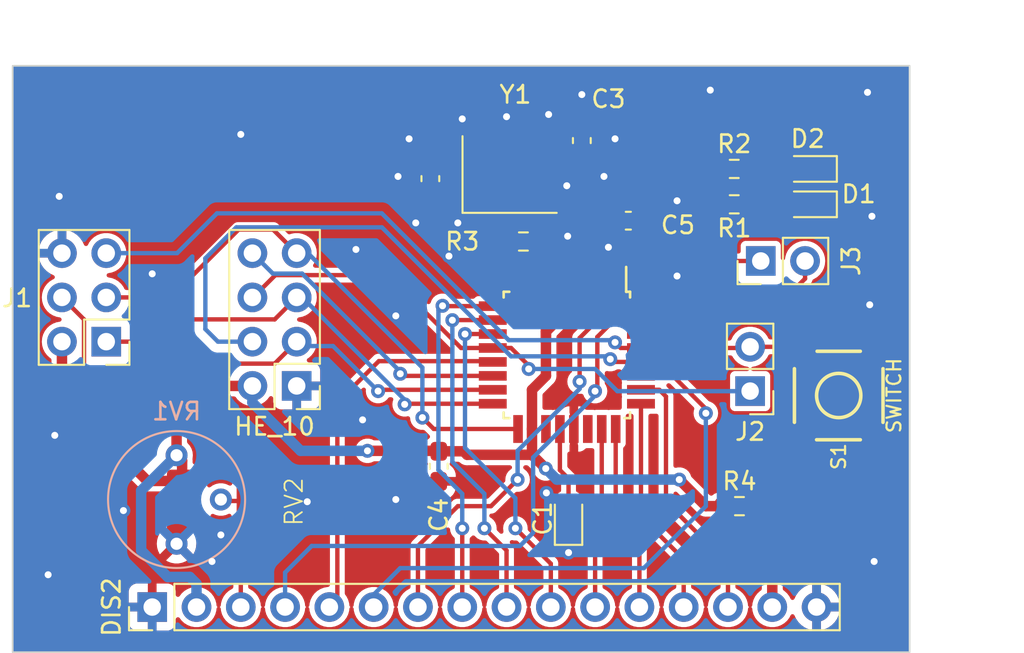
<source format=kicad_pcb>
(kicad_pcb (version 20221018) (generator pcbnew)
  (layers (0 "F.Cu" signal) (31 "B.Cu" signal) (34 "B.Paste" user) (35 "F.Paste" user) (36 "B.SilkS" user "B.Silkscreen") (37 "F.SilkS" user "F.Silkscreen") (38 "B.Mask" user) (39 "F.Mask" user) (44 "Edge.Cuts" user))
  (net 0 "")
  (net 1 "GND")
  (net 2 "Net-(U2-AREF)")
  (net 3 "XTAL2")
  (net 4 "XTAL1")
  (net 5 "+5V")
  (net 6 "Net-(D2-A)")
  (net 7 "Net-(DIS2-Pad3)")
  (net 8 "RS")
  (net 9 "R{slash}W")
  (net 10 "ENABLE")
  (net 11 "BIT0")
  (net 12 "BIT1")
  (net 13 "BIT2")
  (net 14 "BIT3")
  (net 15 "BIT4")
  (net 16 "BIT5")
  (net 17 "BIT6")
  (net 18 "BIT7")
  (net 19 "MOSI")
  (net 20 "Interruption")
  (net 21 "MISO")
  (net 22 "RST")
  (net 23 "SCK")
  (net 24 "CS")
  (net 25 "TX")
  (net 26 "Net-(D1-A)")
  (net 27 "Led_Test")
  (net 28 "RX")
  (net 31 "RSTISP")
  (footprint "Capacitor_SMD:C_0603_1608Metric_Pad1.08x0.95mm_HandSolder" (layer "F.Cu") (at 136.8298 76.4529 -90)
    (fp_text reference "C4" (at 2.7929 0 90) (layer "F.SilkS"))
    (fp_text value "100nF")
    (fp_line (start -0.146267 -0.51) (end 0.146267 -0.51) (stroke (width 0.12)) (layer "F.SilkS"))
    (fp_line (start -0.146267 0.51) (end 0.146267 0.51) (stroke (width 0.12)) (layer "F.SilkS"))
    (pad "1" smd roundrect (at -0.8625 0 270) (size 1.075 0.95) (layers "F.Cu" "F.Paste" "F.Mask") (net 5 "+5V"))
    (pad "2" smd roundrect (at 0.8625 0 270) (size 1.075 0.95) (layers "F.Cu" "F.Paste" "F.Mask") (net 1 "GND"))
  )
  (footprint "Resistor_SMD:R_0603_1608Metric_Pad0.98x0.95mm_HandSolder" (layer "F.Cu") (at 141.6831 63.5508 180)
    (fp_text reference "R3" (at 3.5071 0) (layer "F.SilkS"))
    (fp_text value "R")
    (fp_line (start -0.254724 -0.5225) (end 0.254724 -0.5225) (stroke (width 0.12)) (layer "F.SilkS"))
    (fp_line (start -0.254724 0.5225) (end 0.254724 0.5225) (stroke (width 0.12)) (layer "F.SilkS"))
    (pad "1" smd roundrect (at -0.9125 0 180) (size 0.975 0.95) (layers "F.Cu" "F.Paste" "F.Mask") (net 4 "XTAL1"))
    (pad "2" smd roundrect (at 0.9125 0 180) (size 0.975 0.95) (layers "F.Cu" "F.Paste" "F.Mask") (net 3 "XTAL2"))
  )
  (footprint "Connector_PinHeader_2.54mm:PinHeader_2x03_P2.54mm_Vertical" (layer "F.Cu") (at 117.76 69.3 180)
    (fp_text reference "J1" (at 5.111 2.498) (layer "F.SilkS"))
    (fp_text value "AVR-ISP-6")
    (fp_line (start -1.33 -1.33) (end 0 -1.33) (stroke (width 0.12)) (layer "F.SilkS"))
    (fp_line (start -1.33 0) (end -1.33 -1.33) (stroke (width 0.12)) (layer "F.SilkS"))
    (fp_line (start -1.33 1.27) (end -1.33 6.41) (stroke (width 0.12)) (layer "F.SilkS"))
    (fp_line (start -1.33 1.27) (end 1.27 1.27) (stroke (width 0.12)) (layer "F.SilkS"))
    (fp_line (start -1.33 6.41) (end 3.87 6.41) (stroke (width 0.12)) (layer "F.SilkS"))
    (fp_line (start 1.27 -1.33) (end 3.87 -1.33) (stroke (width 0.12)) (layer "F.SilkS"))
    (fp_line (start 1.27 1.27) (end 1.27 -1.33) (stroke (width 0.12)) (layer "F.SilkS"))
    (fp_line (start 3.87 -1.33) (end 3.87 6.41) (stroke (width 0.12)) (layer "F.SilkS"))
    (pad "1" thru_hole rect (at 0 0 180) (size 1.7 1.7) (drill 1) (layers "*.Cu" "*.Mask") (net 21 "MISO"))
    (pad "2" thru_hole oval (at 2.54 0 180) (size 1.7 1.7) (drill 1) (layers "*.Cu" "*.Mask") (net 5 "+5V"))
    (pad "3" thru_hole oval (at 0 2.54 180) (size 1.7 1.7) (drill 1) (layers "*.Cu" "*.Mask") (net 23 "SCK"))
    (pad "4" thru_hole oval (at 2.54 2.54 180) (size 1.7 1.7) (drill 1) (layers "*.Cu" "*.Mask") (net 19 "MOSI"))
    (pad "5" thru_hole oval (at 0 5.08 180) (size 1.7 1.7) (drill 1) (layers "*.Cu" "*.Mask") (net 31 "RSTISP"))
    (pad "6" thru_hole oval (at 2.54 5.08 180) (size 1.7 1.7) (drill 1) (layers "*.Cu" "*.Mask") (net 1 "GND"))
  )
  (footprint "Connector_PinHeader_2.54mm:PinHeader_1x16_P2.54mm_Vertical" (layer "F.Cu") (at 120.396 84.5312 90)
    (fp_text reference "DIS2" (at 0 -2.33 90) (layer "F.SilkS"))
    (fp_text value "HD44780")
    (fp_line (start -1.33 -1.33) (end 0 -1.33) (stroke (width 0.12)) (layer "F.SilkS"))
    (fp_line (start -1.33 0) (end -1.33 -1.33) (stroke (width 0.12)) (layer "F.SilkS"))
    (fp_line (start -1.33 1.27) (end -1.33 39.43) (stroke (width 0.12)) (layer "F.SilkS"))
    (fp_line (start -1.33 1.27) (end 1.33 1.27) (stroke (width 0.12)) (layer "F.SilkS"))
    (fp_line (start -1.33 39.43) (end 1.33 39.43) (stroke (width 0.12)) (layer "F.SilkS"))
    (fp_line (start 1.33 1.27) (end 1.33 39.43) (stroke (width 0.12)) (layer "F.SilkS"))
    (pad "1" thru_hole rect (at 0 0 90) (size 1.7 1.7) (drill 1) (layers "*.Cu" "*.Mask") (net 1 "GND"))
    (pad "2" thru_hole oval (at 0 2.54 90) (size 1.7 1.7) (drill 1) (layers "*.Cu" "*.Mask") (net 5 "+5V"))
    (pad "3" thru_hole oval (at 0 5.08 90) (size 1.7 1.7) (drill 1) (layers "*.Cu" "*.Mask") (net 7 "Net-(DIS2-Pad3)"))
    (pad "4" thru_hole oval (at 0 7.62 90) (size 1.7 1.7) (drill 1) (layers "*.Cu" "*.Mask") (net 8 "RS"))
    (pad "5" thru_hole oval (at 0 10.16 90) (size 1.7 1.7) (drill 1) (layers "*.Cu" "*.Mask") (net 9 "R{slash}W"))
    (pad "6" thru_hole oval (at 0 12.7 90) (size 1.7 1.7) (drill 1) (layers "*.Cu" "*.Mask") (net 10 "ENABLE"))
    (pad "7" thru_hole oval (at 0 15.24 90) (size 1.7 1.7) (drill 1) (layers "*.Cu" "*.Mask") (net 11 "BIT0"))
    (pad "8" thru_hole oval (at 0 17.78 90) (size 1.7 1.7) (drill 1) (layers "*.Cu" "*.Mask") (net 12 "BIT1"))
    (pad "9" thru_hole oval (at 0 20.32 90) (size 1.7 1.7) (drill 1) (layers "*.Cu" "*.Mask") (net 13 "BIT2"))
    (pad "10" thru_hole oval (at 0 22.86 90) (size 1.7 1.7) (drill 1) (layers "*.Cu" "*.Mask") (net 14 "BIT3"))
    (pad "11" thru_hole oval (at 0 25.4 90) (size 1.7 1.7) (drill 1) (layers "*.Cu" "*.Mask") (net 15 "BIT4"))
    (pad "12" thru_hole oval (at 0 27.94 90) (size 1.7 1.7) (drill 1) (layers "*.Cu" "*.Mask") (net 16 "BIT5"))
    (pad "13" thru_hole oval (at 0 30.48 90) (size 1.7 1.7) (drill 1) (layers "*.Cu" "*.Mask") (net 17 "BIT6"))
    (pad "14" thru_hole oval (at 0 33.02 90) (size 1.7 1.7) (drill 1) (layers "*.Cu" "*.Mask") (net 18 "BIT7"))
    (pad "15" thru_hole oval (at 0 35.56 90) (size 1.7 1.7) (drill 1) (layers "*.Cu" "*.Mask") (net 5 "+5V"))
    (pad "16" thru_hole oval (at 0 38.1 90) (size 1.7 1.7) (drill 1) (layers "*.Cu" "*.Mask") (net 1 "GND"))
  )
  (footprint "LibraryLCD:Potentiometre" (layer "F.Cu") (at 123.948 78.444 90)
    (fp_text reference "RV2" (at -0.042 4.576 90 unlocked) (layer "F.SilkS") (effects (font (thickness 0.1))))
    (fp_text value "R_Potentiometer")
    (pad "1" smd roundrect (at -1.15 -1.71 90) (size 1.3 2) (layers "F.Cu" "F.Paste" "F.Mask") (roundrect_rratio 0.1923076923) (net 1 "GND"))
    (pad "2" smd roundrect (at 0 2.29 90) (size 2 2) (layers "F.Cu" "F.Paste" "F.Mask") (roundrect_rratio 0.125) (net 7 "Net-(DIS2-Pad3)"))
    (pad "3" smd roundrect (at 1.15 -1.71 90) (size 1.3 2) (layers "F.Cu" "F.Paste" "F.Mask") (roundrect_rratio 0.1923076923) (net 5 "+5V"))
  )
  (footprint "Switches:TACTILE_SWITCH_SMD_5.2MM" (layer "F.Cu") (at 159.766 72.39 90)
    (fp_text reference "S1" (at -3.5052 0 90) (layer "F.SilkS") (effects (font (size 0.8 0.8) (thickness 0.127))))
    (fp_text value "SWITCH" (at 0 3.175 90) (layer "F.SilkS") (effects (font (size 0.8 0.8) (thickness 0.127))))
    (fp_line (start -2.54 1.23952) (end -2.54 -1.27) (stroke (width 0.2032)) (layer "F.SilkS"))
    (fp_line (start -1.53924 -2.54) (end 1.53924 -2.54) (stroke (width 0.2032)) (layer "F.SilkS"))
    (fp_line (start 1.53924 2.54) (end -1.53924 2.54) (stroke (width 0.2032)) (layer "F.SilkS"))
    (fp_line (start 2.54 -1.23952) (end 2.54 1.23952) (stroke (width 0.2032)) (layer "F.SilkS"))
    (fp_circle (center 0 0) (end 0 -1.27) (stroke (width 0.2032)) (fill none) (layer "F.SilkS"))
    (pad "1" smd rect (at -2.794 -1.905 180) (size 0.762 1.524) (layers "F.Cu" "F.Paste" "F.Mask") (net 31 "RSTISP"))
    (pad "2" smd rect (at 2.794 -1.905 180) (size 0.762 1.524) (layers "F.Cu" "F.Paste" "F.Mask") (net 31 "RSTISP"))
    (pad "3" smd rect (at -2.794 1.905 180) (size 0.762 1.524) (layers "F.Cu" "F.Paste" "F.Mask") (net 1 "GND"))
    (pad "4" smd rect (at 2.794 1.905 180) (size 0.762 1.524) (layers "F.Cu" "F.Paste" "F.Mask") (net 1 "GND"))
  )
  (footprint "Capacitor_SMD:C_0603_1608Metric_Pad1.08x0.95mm_HandSolder" (layer "F.Cu") (at 147.701 62.357 180)
    (fp_text reference "C5" (at -2.8437 -0.254) (layer "F.SilkS"))
    (fp_text value "100nF")
    (fp_line (start -0.146267 -0.51) (end 0.146267 -0.51) (stroke (width 0.12)) (layer "F.SilkS"))
    (fp_line (start -0.146267 0.51) (end 0.146267 0.51) (stroke (width 0.12)) (layer "F.SilkS"))
    (pad "1" smd roundrect (at -0.8625 0 180) (size 1.075 0.95) (layers "F.Cu" "F.Paste" "F.Mask") (net 1 "GND"))
    (pad "2" smd roundrect (at 0.8625 0 180) (size 1.075 0.95) (layers "F.Cu" "F.Paste" "F.Mask") (net 5 "+5V"))
  )
  (footprint "Resistor_SMD:R_0603_1608Metric_Pad0.98x0.95mm_HandSolder" (layer "F.Cu") (at 154.0745 78.74)
    (fp_text reference "R4" (at 0 -1.43) (layer "F.SilkS"))
    (fp_text value "10k" hide)
    (fp_line (start -0.254724 -0.5225) (end 0.254724 -0.5225) (stroke (width 0.12)) (layer "F.SilkS"))
    (fp_line (start -0.254724 0.5225) (end 0.254724 0.5225) (stroke (width 0.12)) (layer "F.SilkS"))
    (pad "1" smd roundrect (at -0.9125 0) (size 0.975 0.95) (layers "F.Cu" "F.Paste" "F.Mask") (net 5 "+5V"))
    (pad "2" smd roundrect (at 0.9125 0) (size 0.975 0.95) (layers "F.Cu" "F.Paste" "F.Mask") (net 31 "RSTISP"))
  )
  (footprint "Connector_PinHeader_2.54mm:PinHeader_2x04_P2.54mm_Vertical" (layer "F.Cu") (at 128.682 71.84 180)
    (fp_text reference "HE_10" (at 1.27 -2.33) (layer "F.SilkS"))
    (fp_text value "Conn_02x04_Counter_Clockwise" hide)
    (fp_line (start -1.33 -1.33) (end 0 -1.33) (stroke (width 0.12)) (layer "F.SilkS"))
    (fp_line (start -1.33 0) (end -1.33 -1.33) (stroke (width 0.12)) (layer "F.SilkS"))
    (fp_line (start -1.33 1.27) (end -1.33 8.95) (stroke (width 0.12)) (layer "F.SilkS"))
    (fp_line (start -1.33 1.27) (end 1.27 1.27) (stroke (width 0.12)) (layer "F.SilkS"))
    (fp_line (start -1.33 8.95) (end 3.87 8.95) (stroke (width 0.12)) (layer "F.SilkS"))
    (fp_line (start 1.27 -1.33) (end 3.87 -1.33) (stroke (width 0.12)) (layer "F.SilkS"))
    (fp_line (start 1.27 1.27) (end 1.27 -1.33) (stroke (width 0.12)) (layer "F.SilkS"))
    (fp_line (start 3.87 -1.33) (end 3.87 8.95) (stroke (width 0.12)) (layer "F.SilkS"))
    (pad "1" thru_hole rect (at 0 0 180) (size 1.7 1.7) (drill 1) (layers "*.Cu" "*.Mask") (net 1 "GND"))
    (pad "2" thru_hole oval (at 2.54 0 180) (size 1.7 1.7) (drill 1) (layers "*.Cu" "*.Mask") (net 5 "+5V"))
    (pad "3" thru_hole oval (at 0 2.54 180) (size 1.7 1.7) (drill 1) (layers "*.Cu" "*.Mask") (net 19 "MOSI"))
    (pad "4" thru_hole oval (at 2.54 2.54 180) (size 1.7 1.7) (drill 1) (layers "*.Cu" "*.Mask") (net 20 "Interruption"))
    (pad "5" thru_hole oval (at 0 5.08 180) (size 1.7 1.7) (drill 1) (layers "*.Cu" "*.Mask") (net 21 "MISO"))
    (pad "6" thru_hole oval (at 2.54 5.08 180) (size 1.7 1.7) (drill 1) (layers "*.Cu" "*.Mask") (net 22 "RST"))
    (pad "7" thru_hole oval (at 0 7.62 180) (size 1.7 1.7) (drill 1) (layers "*.Cu" "*.Mask") (net 23 "SCK"))
    (pad "8" thru_hole oval (at 2.54 7.62 180) (size 1.7 1.7) (drill 1) (layers "*.Cu" "*.Mask") (net 24 "CS"))
  )
  (footprint "Capacitor_SMD:C_0603_1608Metric_Pad1.08x0.95mm_HandSolder" (layer "F.Cu") (at 136.3472 59.9429 90)
    (fp_text reference "C2" hide)
    (fp_text value "22pF")
    (fp_line (start -0.146267 -0.51) (end 0.146267 -0.51) (stroke (width 0.12)) (layer "F.SilkS"))
    (fp_line (start -0.146267 0.51) (end 0.146267 0.51) (stroke (width 0.12)) (layer "F.SilkS"))
    (pad "1" smd roundrect (at -0.8625 0 90) (size 1.075 0.95) (layers "F.Cu" "F.Paste" "F.Mask") (net 3 "XTAL2"))
    (pad "2" smd roundrect (at 0.8625 0 90) (size 1.075 0.95) (layers "F.Cu" "F.Paste" "F.Mask") (net 1 "GND"))
  )
  (footprint "Capacitor_Tantalum_SMD:CP_EIA-1608-08_AVX-J" (layer "F.Cu") (at 144.272 79.4525 90)
    (fp_text reference "C1" (at 0 -1.48 90) (layer "F.SilkS"))
    (fp_text value "100nF")
    (fp_line (start -1.51 -0.785) (end -1.51 0.785) (stroke (width 0.12)) (layer "F.SilkS"))
    (fp_line (start -1.51 0.785) (end 0.8 0.785) (stroke (width 0.12)) (layer "F.SilkS"))
    (fp_line (start 0.8 -0.785) (end -1.51 -0.785) (stroke (width 0.12)) (layer "F.SilkS"))
    (pad "1" smd roundrect (at -0.7125 0 90) (size 1.075 1.05) (layers "F.Cu" "F.Paste" "F.Mask") (roundrect_rratio 0.2380952381) (net 1 "GND"))
    (pad "2" smd roundrect (at 0.7125 0 90) (size 1.075 1.05) (layers "F.Cu" "F.Paste" "F.Mask") (roundrect_rratio 0.2380952381) (net 2 "Net-(U2-AREF)"))
  )
  (footprint "LED_SMD:LED_0603_1608Metric_Pad1.05x0.95mm_HandSolder" (layer "F.Cu") (at 157.9994 59.3852 180)
    (fp_text reference "D2" (at 0.0114 1.7272) (layer "F.SilkS"))
    (fp_text value "LED")
    (fp_line (start -1.66 -0.735) (end -1.66 0.735) (stroke (width 0.12)) (layer "F.SilkS"))
    (fp_line (start -1.66 0.735) (end 0.8 0.735) (stroke (width 0.12)) (layer "F.SilkS"))
    (fp_line (start 0.8 -0.735) (end -1.66 -0.735) (stroke (width 0.12)) (layer "F.SilkS"))
    (pad "1" smd roundrect (at -0.875 0 180) (size 1.05 0.95) (layers "F.Cu" "F.Paste" "F.Mask") (net 1 "GND"))
    (pad "2" smd roundrect (at 0.875 0 180) (size 1.05 0.95) (layers "F.Cu" "F.Paste" "F.Mask") (net 6 "Net-(D2-A)"))
  )
  (footprint "Package_QFP:TQFP-32_7x7mm_P0.8mm" (layer "F.Cu") (at 144.176 70.062 -90)
    (fp_text reference "U2" hide)
    (fp_text value "ATmega328P-A")
    (fp_line (start -3.625 -3.625) (end -3.625 -3.4) (stroke (width 0.15)) (layer "F.SilkS"))
    (fp_line (start -3.625 -3.625) (end -3.3 -3.625) (stroke (width 0.15)) (layer "F.SilkS"))
    (fp_line (start -3.625 -3.4) (end -5.05 -3.4) (stroke (width 0.15)) (layer "F.SilkS"))
    (fp_line (start -3.625 3.625) (end -3.625 3.3) (stroke (width 0.15)) (layer "F.SilkS"))
    (fp_line (start -3.625 3.625) (end -3.3 3.625) (stroke (width 0.15)) (layer "F.SilkS"))
    (fp_line (start 3.625 -3.625) (end 3.3 -3.625) (stroke (width 0.15)) (layer "F.SilkS"))
    (fp_line (start 3.625 -3.625) (end 3.625 -3.3) (stroke (width 0.15)) (layer "F.SilkS"))
    (fp_line (start 3.625 3.625) (end 3.3 3.625) (stroke (width 0.15)) (layer "F.SilkS"))
    (fp_line (start 3.625 3.625) (end 3.625 3.3) (stroke (width 0.15)) (layer "F.SilkS"))
    (pad "1" smd rect (at -4.25 -2.8 270) (size 1.6 0.55) (layers "F.Cu" "F.Paste" "F.Mask") (net 27 "Led_Test"))
    (pad "2" smd rect (at -4.25 -2 270) (size 1.6 0.55) (layers "F.Cu" "F.Paste" "F.Mask") (net 11 "BIT0"))
    (pad "3" smd rect (at -4.25 -1.2 270) (size 1.6 0.55) (layers "F.Cu" "F.Paste" "F.Mask") (net 1 "GND"))
    (pad "4" smd rect (at -4.25 -0.4 270) (size 1.6 0.55) (layers "F.Cu" "F.Paste" "F.Mask") (net 5 "+5V"))
    (pad "5" smd rect (at -4.25 0.4 270) (size 1.6 0.55) (layers "F.Cu" "F.Paste" "F.Mask") (net 1 "GND"))
    (pad "6" smd rect (at -4.25 1.2 270) (size 1.6 0.55) (layers "F.Cu" "F.Paste" "F.Mask") (net 5 "+5V"))
    (pad "7" smd rect (at -4.25 2 270) (size 1.6 0.55) (layers "F.Cu" "F.Paste" "F.Mask") (net 4 "XTAL1"))
    (pad "8" smd rect (at -4.25 2.8 270) (size 1.6 0.55) (layers "F.Cu" "F.Paste" "F.Mask") (net 3 "XTAL2"))
    (pad "9" smd rect (at -2.8 4.25) (size 1.6 0.55) (layers "F.Cu" "F.Paste" "F.Mask") (net 12 "BIT1"))
    (pad "10" smd rect (at -2 4.25) (size 1.6 0.55) (layers "F.Cu" "F.Paste" "F.Mask") (net 13 "BIT2"))
    (pad "11" smd rect (at -1.2 4.25) (size 1.6 0.55) (layers "F.Cu" "F.Paste" "F.Mask") (net 14 "BIT3"))
    (pad "12" smd rect (at -0.4 4.25) (size 1.6 0.55) (layers "F.Cu" "F.Paste" "F.Mask") (net 22 "RST"))
    (pad "13" smd rect (at 0.4 4.25) (size 1.6 0.55) (layers "F.Cu" "F.Paste" "F.Mask") (net 9 "R{slash}W"))
    (pad "14" smd rect (at 1.2 4.25) (size 1.6 0.55) (layers "F.Cu" "F.Paste" "F.Mask") (net 24 "CS"))
    (pad "15" smd rect (at 2 4.25) (size 1.6 0.55) (layers "F.Cu" "F.Paste" "F.Mask") (net 19 "MOSI"))
    (pad "16" smd rect (at 2.8 4.25) (size 1.6 0.55) (layers "F.Cu" "F.Paste" "F.Mask") (net 21 "MISO"))
    (pad "17" smd rect (at 4.25 2.8 270) (size 1.6 0.55) (layers "F.Cu" "F.Paste" "F.Mask") (net 23 "SCK"))
    (pad "18" smd rect (at 4.25 2 270) (size 1.6 0.55) (layers "F.Cu" "F.Paste" "F.Mask") (net 5 "+5V"))
    (pad "19" smd rect (at 4.25 1.2 270) (size 1.6 0.55) (layers "F.Cu" "F.Paste" "F.Mask"))
    (pad "20" smd rect (at 4.25 0.4 270) (size 1.6 0.55) (layers "F.Cu" "F.Paste" "F.Mask") (net 2 "Net-(U2-AREF)"))
    (pad "21" smd rect (at 4.25 -0.4 270) (size 1.6 0.55) (layers "F.Cu" "F.Paste" "F.Mask") (net 1 "GND"))
    (pad "22" smd rect (at 4.25 -1.2 270) (size 1.6 0.55) (layers "F.Cu" "F.Paste" "F.Mask"))
    (pad "23" smd rect (at 4.25 -2 270) (size 1.6 0.55) (layers "F.Cu" "F.Paste" "F.Mask") (net 15 "BIT4"))
    (pad "24" smd rect (at 4.25 -2.8 270) (size 1.6 0.55) (layers "F.Cu" "F.Paste" "F.Mask") (net 16 "BIT5"))
    (pad "25" smd rect (at 2.8 -4.25) (size 1.6 0.55) (layers "F.Cu" "F.Paste" "F.Mask") (net 17 "BIT6"))
    (pad "26" smd rect (at 2 -4.25) (size 1.6 0.55) (layers "F.Cu" "F.Paste" "F.Mask") (net 18 "BIT7"))
    (pad "27" smd rect (at 1.2 -4.25) (size 1.6 0.55) (layers "F.Cu" "F.Paste" "F.Mask") (net 10 "ENABLE"))
    (pad "28" smd rect (at 0.4 -4.25) (size 1.6 0.55) (layers "F.Cu" "F.Paste" "F.Mask") (net 20 "Interruption"))
    (pad "29" smd rect (at -0.4 -4.25) (size 1.6 0.55) (layers "F.Cu" "F.Paste" "F.Mask") (net 31 "RSTISP"))
    (pad "30" smd rect (at -1.2 -4.25) (size 1.6 0.55) (layers "F.Cu" "F.Paste" "F.Mask") (net 28 "RX"))
    (pad "31" smd rect (at -2 -4.25) (size 1.6 0.55) (layers "F.Cu" "F.Paste" "F.Mask") (net 25 "TX"))
    (pad "32" smd rect (at -2.8 -4.25) (size 1.6 0.55) (layers "F.Cu" "F.Paste" "F.Mask") (net 8 "RS"))
  )
  (footprint "Resistor_SMD:R_0603_1608Metric_Pad0.98x0.95mm_HandSolder" (layer "F.Cu") (at 153.7735 61.4172)
    (fp_text reference "R1" (at 0.0019 1.3716) (layer "F.SilkS"))
    (fp_text value "510")
    (fp_line (start -0.254724 -0.5225) (end 0.254724 -0.5225) (stroke (width 0.12)) (layer "F.SilkS"))
    (fp_line (start -0.254724 0.5225) (end 0.254724 0.5225) (stroke (width 0.12)) (layer "F.SilkS"))
    (pad "1" smd roundrect (at -0.9125 0) (size 0.975 0.95) (layers "F.Cu" "F.Paste" "F.Mask") (net 27 "Led_Test"))
    (pad "2" smd roundrect (at 0.9125 0) (size 0.975 0.95) (layers "F.Cu" "F.Paste" "F.Mask") (net 26 "Net-(D1-A)"))
  )
  (footprint "Connector_PinHeader_2.54mm:PinHeader_1x02_P2.54mm_Vertical" (layer "F.Cu") (at 155.2956 64.6684 90)
    (fp_text reference "J3" (at 0 5.1816 90) (layer "F.SilkS"))
    (fp_text value "Conn_01x02_Pin_RxTx")
    (fp_line (start -1.33 -1.33) (end 0 -1.33) (stroke (width 0.12)) (layer "F.SilkS"))
    (fp_line (start -1.33 0) (end -1.33 -1.33) (stroke (width 0.12)) (layer "F.SilkS"))
    (fp_line (start -1.33 1.27) (end -1.33 3.87) (stroke (width 0.12)) (layer "F.SilkS"))
    (fp_line (start -1.33 1.27) (end 1.33 1.27) (stroke (width 0.12)) (layer "F.SilkS"))
    (fp_line (start -1.33 3.87) (end 1.33 3.87) (stroke (width 0.12)) (layer "F.SilkS"))
    (fp_line (start 1.33 1.27) (end 1.33 3.87) (stroke (width 0.12)) (layer "F.SilkS"))
    (pad "1" thru_hole rect (at 0 0 90) (size 1.7 1.7) (drill 1) (layers "*.Cu" "*.Mask") (net 25 "TX"))
    (pad "2" thru_hole oval (at 0 2.54 90) (size 1.7 1.7) (drill 1) (layers "*.Cu" "*.Mask") (net 28 "RX"))
  )
  (footprint "Crystal:Crystal_SMD_SeikoEpson_FA238-4Pin_3.2x2.5mm_HandSoldering" (layer "F.Cu") (at 140.8916 59.7076)
    (fp_text reference "Y1" (at 0.3324 -4.5896) (layer "F.SilkS"))
    (fp_text value "8Mhz")
    (fp_line (start -2.7 -2.2) (end -2.7 2.2) (stroke (width 0.12)) (layer "F.SilkS"))
    (fp_line (start -2.7 2.2) (end 2.7 2.2) (stroke (width 0.12)) (layer "F.SilkS"))
    (pad "1" smd rect (at -1.45 1.1) (size 2.1 1.8) (layers "F.Cu" "F.Paste" "F.Mask") (net 3 "XTAL2"))
    (pad "2" smd rect (at 1.45 1.1) (size 2.1 1.8) (layers "F.Cu" "F.Paste" "F.Mask") (net 1 "GND"))
    (pad "3" smd rect (at 1.45 -1.1) (size 2.1 1.8) (layers "F.Cu" "F.Paste" "F.Mask") (net 4 "XTAL1"))
    (pad "4" smd rect (at -1.45 -1.1) (size 2.1 1.8) (layers "F.Cu" "F.Paste" "F.Mask") (net 1 "GND"))
  )
  (footprint "Resistor_SMD:R_0603_1608Metric_Pad0.98x0.95mm_HandSolder" (layer "F.Cu") (at 153.7735 59.3852)
    (fp_text reference "R2" (at 0 -1.43) (layer "F.SilkS"))
    (fp_text value "510")
    (fp_line (start -0.254724 -0.5225) (end 0.254724 -0.5225) (stroke (width 0.12)) (layer "F.SilkS"))
    (fp_line (start -0.254724 0.5225) (end 0.254724 0.5225) (stroke (width 0.12)) (layer "F.SilkS"))
    (pad "1" smd roundrect (at -0.9125 0) (size 0.975 0.95) (layers "F.Cu" "F.Paste" "F.Mask") (net 5 "+5V"))
    (pad "2" smd roundrect (at 0.9125 0) (size 0.975 0.95) (layers "F.Cu" "F.Paste" "F.Mask") (net 6 "Net-(D2-A)"))
  )
  (footprint "LED_SMD:LED_0603_1608Metric_Pad1.05x0.95mm_HandSolder" (layer "F.Cu") (at 157.9994 61.4172 180)
    (fp_text reference "D1" (at -2.9096 0.5842) (layer "F.SilkS"))
    (fp_text value "LED")
    (fp_line (start -1.66 -0.735) (end -1.66 0.735) (stroke (width 0.12)) (layer "F.SilkS"))
    (fp_line (start -1.66 0.735) (end 0.8 0.735) (stroke (width 0.12)) (layer "F.SilkS"))
    (fp_line (start 0.8 -0.735) (end -1.66 -0.735) (stroke (width 0.12)) (layer "F.SilkS"))
    (pad "1" smd roundrect (at -0.875 0 180) (size 1.05 0.95) (layers "F.Cu" "F.Paste" "F.Mask") (net 1 "GND"))
    (pad "2" smd roundrect (at 0.875 0 180) (size 1.05 0.95) (layers "F.Cu" "F.Paste" "F.Mask") (net 26 "Net-(D1-A)"))
  )
  (footprint "Connector_PinHeader_2.54mm:PinHeader_1x02_P2.54mm_Vertical" (layer "F.Cu") (at 154.686 72.136 180)
    (fp_text reference "J2" (at 0 -2.33) (layer "F.SilkS"))
    (fp_text value "Conn_01x02_Pin_RST")
    (fp_line (start -1.33 -1.33) (end 0 -1.33) (stroke (width 0.12)) (layer "F.SilkS"))
    (fp_line (start -1.33 0) (end -1.33 -1.33) (stroke (width 0.12)) (layer "F.SilkS"))
    (fp_line (start -1.33 1.27) (end -1.33 3.87) (stroke (width 0.12)) (layer "F.SilkS"))
    (fp_line (start -1.33 1.27) (end 1.33 1.27) (stroke (width 0.12)) (layer "F.SilkS"))
    (fp_line (start -1.33 3.87) (end 1.33 3.87) (stroke (width 0.12)) (layer "F.SilkS"))
    (fp_line (start 1.33 1.27) (end 1.33 3.87) (stroke (width 0.12)) (layer "F.SilkS"))
    (pad "1" thru_hole rect (at 0 0 180) (size 1.7 1.7) (drill 1) (layers "*.Cu" "*.Mask") (net 22 "RST"))
    (pad "2" thru_hole oval (at 0 2.54 180) (size 1.7 1.7) (drill 1) (layers "*.Cu" "*.Mask") (net 31 "RSTISP"))
  )
  (footprint "Capacitor_SMD:C_0603_1608Metric_Pad1.08x0.95mm_HandSolder" (layer "F.Cu") (at 145.034 57.7585 90)
    (fp_text reference "C3" (at 2.3865 1.524 180) (layer "F.SilkS"))
    (fp_text value "22pF")
    (fp_line (start -0.146267 -0.51) (end 0.146267 -0.51) (stroke (width 0.12)) (layer "F.SilkS"))
    (fp_line (start -0.146267 0.51) (end 0.146267 0.51) (stroke (width 0.12)) (layer "F.SilkS"))
    (pad "1" smd roundrect (at -0.8625 0 90) (size 1.075 0.95) (layers "F.Cu" "F.Paste" "F.Mask") (net 4 "XTAL1"))
    (pad "2" smd roundrect (at 0.8625 0 90) (size 1.075 0.95) (layers "F.Cu" "F.Paste" "F.Mask") (net 1 "GND"))
  )
  (footprint "Potentiometer_THT:Potentiometer_Bourns_3339P_Vertical" (layer "B.Cu") (at 121.793 80.899 180)
    (fp_text reference "RV1" (at 0 7.6) (layer "B.SilkS") (effects (justify mirror)))
    (fp_text value "R_Potentiometer")
    (fp_circle (center 0 2.54) (end 3.93 2.54) (stroke (width 0.12)) (fill none) (layer "B.SilkS"))
    (pad "1" thru_hole circle (at 0 0 180) (size 1.26 1.26) (drill 0.7) (layers "*.Cu" "*.Mask") (net 1 "GND"))
    (pad "2" thru_hole circle (at -2.54 2.54 180) (size 1.26 1.26) (drill 0.7) (layers "*.Cu" "*.Mask") (net 7 "Net-(DIS2-Pad3)"))
    (pad "3" thru_hole circle (at 0 5.08 180) (size 1.26 1.26) (drill 0.7) (layers "*.Cu" "*.Mask") (net 5 "+5V"))
  )
  (gr_rect (start 112.395 53.467) (end 163.83 87.122) (stroke (width 0.1)) (fill none) (layer "Edge.Cuts"))
  (segment (start 143.7132 60.8076) (end 144.1704 60.3504) (width 0.25) (layer "F.Cu") (net 1))
  (segment (start 142.3416 60.8076) (end 143.7132 60.8076) (width 0.25) (layer "F.Cu") (net 1))
  (segment (start 145.376 67.73) (end 143.830314 69.275686) (width 0.25) (layer "F.Cu") (net 1))
  (segment (start 145.415 76.454) (end 144.576 75.615) (width 0.25) (layer "F.Cu") (net 1))
  (segment (start 144.2212 63.246) (end 143.776 63.6912) (width 0.25) (layer "F.Cu") (net 1))
  (segment (start 143.830314 69.275686) (end 143.830314 72.075314) (width 0.25) (layer "F.Cu") (net 1))
  (segment (start 145.376 65.812) (end 145.376 67.73) (width 0.25) (layer "F.Cu") (net 1))
  (segment (start 143.830314 72.075314) (end 144.576 72.821) (width 0.25) (layer "F.Cu") (net 1))
  (segment (start 145.415 79.629) (end 145.415 76.454) (width 0.25) (layer "F.Cu") (net 1))
  (segment (start 145.376 64.682) (end 145.376 65.812) (width 0.25) (layer "F.Cu") (net 1))
  (segment (start 121.793 80.899) (end 121.793 79.911) (width 0.6) (layer "F.Cu") (net 1))
  (segment (start 144.272 80.165) (end 144.879 80.165) (width 0.25) (layer "F.Cu") (net 1))
  (segment (start 144.576 72.821) (end 144.576 74.312) (width 0.25) (layer "F.Cu") (net 1))
  (segment (start 121.793 79.911) (end 122.11 79.594) (width 0.6) (layer "F.Cu") (net 1))
  (segment (start 144.5768 74.3128) (end 144.576 74.312) (width 0.25) (layer "F.Cu") (net 1))
  (segment (start 146.177 63.881) (end 145.376 64.682) (width 0.25) (layer "F.Cu") (net 1))
  (segment (start 144.879 80.165) (end 145.415 79.629) (width 0.25) (layer "F.Cu") (net 1))
  (segment (start 144.576 75.615) (end 144.576 74.312) (width 0.25) (layer "F.Cu") (net 1))
  (segment (start 143.776 63.6912) (end 143.776 65.812) (width 0.25) (layer "F.Cu") (net 1))
  (segment (start 146.558 63.881) (end 146.177 63.881) (width 0.25) (layer "F.Cu") (net 1))
  (via (at 140.716 56.388) (size 0.8) (drill 0.4) (layers "F.Cu" "B.Cu") (net 1))
  (via (at 118.745 78.994) (size 0.8) (drill 0.4) (layers "F.Cu" "B.Cu") (net 1))
  (via (at 143.129 56.261) (size 0.8) (drill 0.4) (layers "F.Cu" "B.Cu") (net 1))
  (via (at 135.128 57.658) (size 0.8) (drill 0.4) (layers "F.Cu" "B.Cu") (net 1))
  (via (at 150.495 61.214) (size 0.8) (drill 0.4) (layers "F.Cu" "B.Cu") (net 1))
  (via (at 146.939 57.658) (size 0.8) (drill 0.4) (layers "F.Cu" "B.Cu") (net 1))
  (via (at 134.493 59.817) (size 0.8) (drill 0.4) (layers "F.Cu" "B.Cu") (net 1))
  (via (at 132.08 64.008) (size 0.8) (drill 0.4) (layers "F.Cu" "B.Cu") (net 1))
  (via (at 129.286 78.486) (size 0.8) (drill 0.4) (layers "F.Cu" "B.Cu") (net 1))
  (via (at 137.414 64.389) (size 0.8) (drill 0.4) (layers "F.Cu" "B.Cu") (net 1))
  (via (at 161.671 62.103) (size 0.8) (drill 0.4) (layers "F.Cu" "B.Cu") (net 1))
  (via (at 137.922 62.484) (size 0.8) (drill 0.4) (layers "F.Cu" "B.Cu") (net 1))
  (via (at 123.825 81.915) (size 0.8) (drill 0.4) (layers "F.Cu" "B.Cu") (net 1))
  (via (at 124.333 80.391) (size 0.8) (drill 0.4) (layers "F.Cu" "B.Cu") (net 1))
  (via (at 135.509 62.484) (size 0.8) (drill 0.4) (layers "F.Cu" "B.Cu") (net 1))
  (via (at 115.062 60.96) (size 0.8) (drill 0.4) (layers "F.Cu" "B.Cu") (net 1))
  (via (at 146.304 59.817) (size 0.8) (drill 0.4) (layers "F.Cu" "B.Cu") (net 1))
  (via (at 150.495 65.532) (size 0.8) (drill 0.4) (layers "F.Cu" "B.Cu") (net 1))
  (via (at 134.366 67.818) (size 0.8) (drill 0.4) (layers "F.Cu" "B.Cu") (net 1))
  (via (at 146.558 63.881) (size 0.8) (drill 0.4) (layers "F.Cu" "B.Cu") (net 1))
  (via (at 143.002 77.978) (size 0.8) (drill 0.4) (layers "F.Cu" "B.Cu") (net 1))
  (via (at 144.272 81.407) (size 0.8) (drill 0.4) (layers "F.Cu" "B.Cu") (net 1))
  (via (at 161.798 81.915) (size 0.8) (drill 0.4) (layers "F.Cu" "B.Cu") (net 1))
  (via (at 134.366 78.359) (size 0.8) (drill 0.4) (layers "F.Cu" "B.Cu") (net 1))
  (via (at 144.1704 60.3504) (size 0.8) (drill 0.4) (layers "F.Cu" "B.Cu") (net 1))
  (via (at 144.2212 63.246) (size 0.8) (drill 0.4) (layers "F.Cu" "B.Cu") (net 1))
  (via (at 138.176 56.515) (size 0.8) (drill 0.4) (layers "F.Cu" "B.Cu") (net 1))
  (via (at 125.476 57.404) (size 0.8) (drill 0.4) (layers "F.Cu" "B.Cu") (net 1))
  (via (at 161.544 67.183) (size 0.8) (drill 0.4) (layers "F.Cu" "B.Cu") (net 1))
  (via (at 132.461 73.787) (size 0.8) (drill 0.4) (layers "F.Cu" "B.Cu") (net 1))
  (via (at 161.417 54.991) (size 0.8) (drill 0.4) (layers "F.Cu" "B.Cu") (net 1))
  (via (at 145.034 55.118) (size 0.8) (drill 0.4) (layers "F.Cu" "B.Cu") (net 1))
  (via (at 114.427 82.677) (size 0.8) (drill 0.4) (layers "F.Cu" "B.Cu") (net 1))
  (via (at 152.4 54.864) (size 0.8) (drill 0.4) (layers "F.Cu" "B.Cu") (net 1))
  (via (at 120.396 65.405) (size 0.8) (drill 0.4) (layers "F.Cu" "B.Cu") (net 1))
  (via (at 114.808 74.676) (size 0.8) (drill 0.4) (layers "F.Cu" "B.Cu") (net 1))
  (segment (start 144.272 78.74) (end 144.272 77.1652) (width 0.25) (layer "F.Cu") (net 2))
  (segment (start 144.272 77.1652) (end 143.776 76.6692) (width 0.25) (layer "F.Cu") (net 2))
  (segment (start 143.776 76.6692) (end 143.776 74.312) (width 0.25) (layer "F.Cu") (net 2))
  (segment (start 136.3472 62.3062) (end 136.3472 60.8054) (width 0.25) (layer "F.Cu") (net 3))
  (segment (start 137.5918 63.5508) (end 136.3472 62.3062) (width 0.25) (layer "F.Cu") (net 3))
  (segment (start 140.7706 63.5508) (end 137.5918 63.5508) (width 0.25) (layer "F.Cu") (net 3))
  (segment (start 141.376 65.812) (end 141.376 65.0744) (width 0.25) (layer "F.Cu") (net 3))
  (segment (start 136.3494 60.8076) (end 139.4416 60.8076) (width 0.25) (layer "F.Cu") (net 3))
  (segment (start 141.376 65.0744) (end 140.7706 64.469) (width 0.25) (layer "F.Cu") (net 3))
  (segment (start 140.7706 64.469) (end 140.7706 63.5508) (width 0.25) (layer "F.Cu") (net 3))
  (segment (start 136.3472 60.8054) (end 136.3494 60.8076) (width 0.25) (layer "F.Cu") (net 3))
  (segment (start 145.0206 58.6076) (end 145.034 58.621) (width 0.25) (layer "F.Cu") (net 4))
  (segment (start 142.3416 58.6076) (end 145.0206 58.6076) (width 0.25) (layer "F.Cu") (net 4))
  (segment (start 142.5956 63.5508) (end 142.176 63.9704) (width 0.25) (layer "F.Cu") (net 4))
  (segment (start 142.176 63.9704) (end 142.176 65.812) (width 0.25) (layer "F.Cu") (net 4))
  (segment (start 142.5956 63.5508) (end 145.034 61.1124) (width 0.25) (layer "F.Cu") (net 4))
  (segment (start 145.034 61.1124) (end 145.034 58.621) (width 0.25) (layer "F.Cu") (net 4))
  (segment (start 142.5956 63.5508) (end 142.5956 63.3962) (width 0.25) (layer "F.Cu") (net 4))
  (segment (start 146.8385 61.378) (end 148.8313 59.3852) (width 0.6) (layer "F.Cu") (net 5))
  (segment (start 142.9645 76.581) (end 142.176 75.7925) (width 0.6) (layer "F.Cu") (net 5))
  (segment (start 122.11 76.136) (end 121.793 75.819) (width 0.6) (layer "F.Cu") (net 5))
  (segment (start 146.8385 62.357) (end 146.8385 61.378) (width 0.6) (layer "F.Cu") (net 5))
  (segment (start 144.576 65.812) (end 144.576 64.212) (width 0.6) (layer "F.Cu") (net 5))
  (segment (start 121.793 74.041) (end 121.793 75.819) (width 0.6) (layer "F.Cu") (net 5))
  (segment (start 153.162 78.74) (end 153.162 79.7052) (width 0.6) (layer "F.Cu") (net 5))
  (segment (start 138.4543 75.7925) (end 142.176 75.7925) (width 0.6) (layer "F.Cu") (net 5))
  (segment (start 115.22 72.3956) (end 120.1184 77.294) (width 0.6) (layer "F.Cu") (net 5))
  (segment (start 142.976 69.3) (end 142.976 65.812) (width 0.6) (layer "F.Cu") (net 5))
  (segment (start 142.176 75.7925) (end 142.176 74.312) (width 0.6) (layer "F.Cu") (net 5))
  (segment (start 138.2522 75.5904) (end 138.4543 75.7925) (width 0.6) (layer "F.Cu") (net 5))
  (segment (start 144.576 65.812) (end 144.576 67.122) (width 0.6) (layer "F.Cu") (net 5))
  (segment (start 136.779 75.565) (end 136.8055 75.5915) (width 0.6) (layer "F.Cu") (net 5))
  (segment (start 136.8298 75.5904) (end 138.2522 75.5904) (width 0.6) (layer "F.Cu") (net 5))
  (segment (start 142.976 68.722) (end 142.976 69.3) (width 0.6) (layer "F.Cu") (net 5))
  (segment (start 136.8044 75.565) (end 136.8298 75.5904) (width 0.6) (layer "F.Cu") (net 5))
  (segment (start 142.976 71.262) (end 142.976 69.3) (width 0.6) (layer "F.Cu") (net 5))
  (segment (start 146.431 62.357) (end 146.8385 62.357) (width 0.6) (layer "F.Cu") (net 5))
  (segment (start 148.8313 59.3852) (end 152.861 59.3852) (width 0.6) (layer "F.Cu") (net 5))
  (segment (start 122.11 77.294) (end 122.0765 77.3275) (width 0.6) (layer "F.Cu") (net 5))
  (segment (start 132.7404 75.565) (end 136.8044 75.565) (width 0.6) (layer "F.Cu") (net 5))
  (segment (start 142.176 74.312) (end 142.176 72.062) (width 0.6) (layer "F.Cu") (net 5))
  (segment (start 120.1184 77.294) (end 122.11 77.294) (width 0.6) (layer "F.Cu") (net 5))
  (segment (start 136.652 75.692) (end 136.779 75.565) (width 0.6) (layer "F.Cu") (net 5))
  (segment (start 153.162 79.7052) (end 155.956 82.4992) (width 0.6) (layer "F.Cu") (net 5))
  (segment (start 115.22 72.3956) (end 115.22 69.3) (width 0.6) (layer "F.Cu") (net 5))
  (segment (start 152.146 78.74) (end 153.162 78.74) (width 0.6) (layer "F.Cu") (net 5))
  (segment (start 126.142 71.84) (end 123.994 71.84) (width 0.6) (layer "F.Cu") (net 5))
  (segment (start 142.176 72.062) (end 142.976 71.262) (width 0.6) (layer "F.Cu") (net 5))
  (segment (start 144.576 67.122) (end 142.976 68.722) (width 0.6) (layer "F.Cu") (net 5))
  (segment (start 122.11 77.294) (end 122.11 76.136) (width 0.6) (layer "F.Cu") (net 5))
  (segment (start 150.622 77.216) (end 152.146 78.74) (width 0.6) (layer "F.Cu") (net 5))
  (segment (start 155.956 82.4992) (end 155.956 84.5312) (width 0.6) (layer "F.Cu") (net 5))
  (segment (start 144.576 64.212) (end 146.431 62.357) (width 0.6) (layer "F.Cu") (net 5))
  (segment (start 123.994 71.84) (end 121.793 74.041) (width 0.6) (layer "F.Cu") (net 5))
  (via (at 150.622 77.216) (size 0.8) (drill 0.4) (layers "F.Cu" "B.Cu") (net 5))
  (via (at 132.7404 75.565) (size 0.8) (drill 0.4) (layers "F.Cu" "B.Cu") (net 5))
  (via (at 142.9645 76.581) (size 0.8) (drill 0.4) (layers "F.Cu" "B.Cu") (net 5))
  (segment (start 121.285 82.804) (end 119.761 81.28) (width 0.6) (layer "B.Cu") (net 5))
  (segment (start 143.5995 77.216) (end 150.622 77.216) (width 0.6) (layer "B.Cu") (net 5))
  (segment (start 126.142 72.802) (end 126.142 71.84) (width 0.6) (layer "B.Cu") (net 5))
  (segment (start 122.936 84.5312) (end 122.936 83.185) (width 0.6) (layer "B.Cu") (net 5))
  (segment (start 119.761 81.28) (end 119.761 77.851) (width 0.6) (layer "B.Cu") (net 5))
  (segment (start 132.7404 75.565) (end 128.905 75.565) (width 0.6) (layer "B.Cu") (net 5))
  (segment (start 122.555 82.804) (end 121.285 82.804) (width 0.6) (layer "B.Cu") (net 5))
  (segment (start 119.761 77.851) (end 121.793 75.819) (width 0.6) (layer "B.Cu") (net 5))
  (segment (start 142.9645 76.581) (end 143.5995 77.216) (width 0.6) (layer "B.Cu") (net 5))
  (segment (start 122.936 83.185) (end 122.555 82.804) (width 0.6) (layer "B.Cu") (net 5))
  (segment (start 128.905 75.565) (end 126.142 72.802) (width 0.6) (layer "B.Cu") (net 5))
  (segment (start 157.1244 59.3852) (end 154.686 59.3852) (width 0.25) (layer "F.Cu") (net 6))
  (segment (start 126.025 78.359) (end 126.11 78.444) (width 0.6) (layer "F.Cu") (net 7))
  (segment (start 126.11 78.444) (end 126.11 80.5952) (width 0.25) (layer "F.Cu") (net 7))
  (segment (start 124.418 78.444) (end 124.333 78.359) (width 0.25) (layer "F.Cu") (net 7))
  (segment (start 126.11 78.444) (end 125.476 79.078) (width 0.25) (layer "F.Cu") (net 7))
  (segment (start 126.11 80.5952) (end 125.476 81.2292) (width 0.25) (layer "F.Cu") (net 7))
  (segment (start 125.476 81.2292) (end 125.476 84.5312) (width 0.25) (layer "F.Cu") (net 7))
  (segment (start 126.11 78.444) (end 124.418 78.444) (width 0.25) (layer "F.Cu") (net 7))
  (segment (start 147.6885 67.262) (end 148.426 67.262) (width 0.25) (layer "F.Cu") (net 8))
  (segment (start 145.923 72.009) (end 145.923 69.0275) (width 0.25) (layer "F.Cu") (net 8))
  (segment (start 145.923 69.0275) (end 147.6885 67.262) (width 0.25) (layer "F.Cu") (net 8))
  (segment (start 145.791701 72.140299) (end 145.923 72.009) (width 0.25) (layer "F.Cu") (net 8))
  (via (at 145.791701 72.140299) (size 0.8) (drill 0.4) (layers "F.Cu" "B.Cu") (net 8))
  (segment (start 142.24 80.268653) (end 141.482653 81.026) (width 0.25) (layer "B.Cu") (net 8))
  (segment (start 141.482653 81.026) (end 129.54 81.026) (width 0.25) (layer "B.Cu") (net 8))
  (segment (start 145.791701 72.394299) (end 142.24 75.946) (width 0.25) (layer "B.Cu") (net 8))
  (segment (start 142.24 75.946) (end 142.24 80.268653) (width 0.25) (layer "B.Cu") (net 8))
  (segment (start 128.016 82.55) (end 128.016 84.5312) (width 0.25) (layer "B.Cu") (net 8))
  (segment (start 145.791701 72.140299) (end 145.791701 72.394299) (width 0.25) (layer "B.Cu") (net 8))
  (segment (start 129.54 81.026) (end 128.016 82.55) (width 0.25) (layer "B.Cu") (net 8))
  (segment (start 131.0132 84.074) (end 130.556 84.5312) (width 0.25) (layer "F.Cu") (net 9))
  (segment (start 133.390942 70.418658) (end 131.0132 72.7964) (width 0.25) (layer "F.Cu") (net 9))
  (segment (start 139.926 70.462) (end 139.882658 70.418658) (width 0.25) (layer "F.Cu") (net 9))
  (segment (start 139.882658 70.418658) (end 133.390942 70.418658) (width 0.25) (layer "F.Cu") (net 9))
  (segment (start 131.0132 72.7964) (end 131.0132 84.074) (width 0.25) (layer "F.Cu") (net 9))
  (segment (start 152.146 73.152) (end 150.256 71.262) (width 0.25) (layer "F.Cu") (net 10))
  (segment (start 150.256 71.262) (end 148.426 71.262) (width 0.25) (layer "F.Cu") (net 10))
  (segment (start 152.146 73.406) (end 152.146 73.152) (width 0.25) (layer "F.Cu") (net 10))
  (via (at 152.146 73.406) (size 0.8) (drill 0.4) (layers "F.Cu" "B.Cu") (net 10))
  (segment (start 133.096 83.82) (end 133.096 84.5312) (width 0.25) (layer "B.Cu") (net 10))
  (segment (start 134.62 82.296) (end 133.096 83.82) (width 0.25) (layer "B.Cu") (net 10))
  (segment (start 152.146 78.74) (end 148.59 82.296) (width 0.25) (layer "B.Cu") (net 10))
  (segment (start 148.59 82.296) (end 134.62 82.296) (width 0.25) (layer "B.Cu") (net 10))
  (segment (start 152.146 73.406) (end 152.146 78.74) (width 0.25) (layer "B.Cu") (net 10))
  (segment (start 135.636 81.026) (end 135.636 84.5312) (width 0.25) (layer "F.Cu") (net 11))
  (segment (start 137.922 78.74) (end 135.636 81.026) (width 0.25) (layer "F.Cu") (net 11))
  (segment (start 141.351 77.216) (end 139.827 78.74) (width 0.25) (layer "F.Cu") (net 11))
  (segment (start 139.827 78.74) (end 137.922 78.74) (width 0.25) (layer "F.Cu") (net 11))
  (segment (start 144.907 71.5905) (end 144.907 69.088) (width 0.25) (layer "F.Cu") (net 11))
  (segment (start 144.907 69.088) (end 146.176 67.819) (width 0.25) (layer "F.Cu") (net 11))
  (segment (start 146.176 67.819) (end 146.176 65.812) (width 0.25) (layer "F.Cu") (net 11))
  (via (at 141.351 77.216) (size 0.8) (drill 0.4) (layers "F.Cu" "B.Cu") (net 11))
  (via (at 144.907 71.5905) (size 0.8) (drill 0.4) (layers "F.Cu" "B.Cu") (net 11))
  (segment (start 144.907 72.009) (end 141.351 75.565) (width 0.25) (layer "B.Cu") (net 11))
  (segment (start 144.907 71.5905) (end 144.907 72.009) (width 0.25) (layer "B.Cu") (net 11))
  (segment (start 141.351 75.565) (end 141.351 77.216) (width 0.25) (layer "B.Cu") (net 11))
  (segment (start 137.06649 67.262) (end 139.926 67.262) (width 0.25) (layer "F.Cu") (net 12))
  (segment (start 137.045783 67.241293) (end 137.06649 67.262) (width 0.25) (layer "F.Cu") (net 12))
  (segment (start 138.176 80.01) (end 138.176 84.5312) (width 0.25) (layer "F.Cu") (net 12))
  (via (at 137.045783 67.241293) (size 0.8) (drill 0.4) (layers "F.Cu" "B.Cu") (net 12))
  (via (at 138.176 80.01) (size 0.8) (drill 0.4) (layers "F.Cu" "B.Cu") (net 12))
  (segment (start 136.81 76.666) (end 136.81 67.477076) (width 0.25) (layer "B.Cu") (net 12))
  (segment (start 138.176 80.01) (end 138.176 78.032) (width 0.25) (layer "B.Cu") (net 12))
  (segment (start 138.176 78.032) (end 136.81 76.666) (width 0.25) (layer "B.Cu") (net 12))
  (segment (start 136.81 67.477076) (end 137.045783 67.241293) (width 0.25) (layer "B.Cu") (net 12))
  (segment (start 137.609 68.067) (end 137.614 68.062) (width 0.25) (layer "F.Cu") (net 13))
  (segment (start 139.446 80.01) (end 140.716 81.28) (width 0.25) (layer "F.Cu") (net 13))
  (segment (start 137.614 68.062) (end 139.926 68.062) (width 0.25) (layer "F.Cu") (net 13))
  (segment (start 140.716 81.28) (end 140.716 84.5312) (width 0.25) (layer "F.Cu") (net 13))
  (via (at 137.609 68.067) (size 0.8) (drill 0.4) (layers "F.Cu" "B.Cu") (net 13))
  (via (at 139.446 80.01) (size 0.8) (drill 0.4) (layers "F.Cu" "B.Cu") (net 13))
  (segment (start 139.446 80.01) (end 139.446 78.032) (width 0.25) (layer "B.Cu") (net 13))
  (segment (start 139.446 78.032) (end 137.609 76.195) (width 0.25) (layer "B.Cu") (net 13))
  (segment (start 137.609 76.195) (end 137.609 68.067) (width 0.25) (layer "B.Cu") (net 13))
  (segment (start 143.256 82.042) (end 143.256 84.5312) (width 0.25) (layer "F.Cu") (net 14))
  (segment (start 141.224 80.01) (end 143.256 82.042) (width 0.25) (layer "F.Cu") (net 14))
  (segment (start 138.334 68.862) (end 139.926 68.862) (width 0.25) (layer "F.Cu") (net 14))
  (via (at 141.224 80.01) (size 0.8) (drill 0.4) (layers "F.Cu" "B.Cu") (net 14))
  (via (at 138.334 68.862) (size 0.8) (drill 0.4) (layers "F.Cu" "B.Cu") (net 14))
  (segment (start 141.224 80.01) (end 141.224 78.286) (width 0.25) (layer "B.Cu") (net 14))
  (segment (start 141.224 78.286) (end 138.334 75.396) (width 0.25) (layer "B.Cu") (net 14))
  (segment (start 138.334 75.396) (end 138.334 68.862) (width 0.25) (layer "B.Cu") (net 14))
  (segment (start 146.176 74.312) (end 146.176 80.646) (width 0.25) (layer "F.Cu") (net 15))
  (segment (start 145.796 81.026) (end 145.796 84.5312) (width 0.25) (layer "F.Cu") (net 15))
  (segment (start 146.176 80.646) (end 145.796 81.026) (width 0.25) (layer "F.Cu") (net 15))
  (segment (start 148.336 81.28) (end 146.976 79.92) (width 0.25) (layer "F.Cu") (net 16))
  (segment (start 148.336 81.28) (end 148.336 84.5312) (width 0.25) (layer "F.Cu") (net 16))
  (segment (start 146.976 79.92) (end 146.976 74.312) (width 0.25) (layer "F.Cu") (net 16))
  (segment (start 148.426 79.338) (end 148.426 72.862) (width 0.25) (layer "F.Cu") (net 17))
  (segment (start 150.876 81.788) (end 148.426 79.338) (width 0.25) (layer "F.Cu") (net 17))
  (segment (start 150.876 81.788) (end 150.876 84.5312) (width 0.25) (layer "F.Cu") (net 17))
  (segment (start 149.86 72.446) (end 149.476 72.062) (width 0.25) (layer "F.Cu") (net 18))
  (segment (start 153.416 82.042) (end 153.416 84.5312) (width 0.25) (layer "F.Cu") (net 18))
  (segment (start 149.86 78.486) (end 149.86 72.446) (width 0.25) (layer "F.Cu") (net 18))
  (segment (start 153.416 82.042) (end 149.86 78.486) (width 0.25) (layer "F.Cu") (net 18))
  (segment (start 149.476 72.062) (end 148.426 72.062) (width 0.25) (layer "F.Cu") (net 18))
  (segment (start 115.22 66.76) (end 116.4844 68.0244) (width 0.25) (layer "F.Cu") (net 19))
  (segment (start 116.4844 71.0692) (end 117.4496 72.0344) (width 0.25) (layer "F.Cu") (net 19))
  (segment (start 127.4208 70.5612) (end 128.682 69.3) (width 0.25) (layer "F.Cu") (net 19))
  (segment (start 133.35 72.136) (end 133.424 72.062) (width 0.25) (layer "F.Cu") (net 19))
  (segment (start 117.4496 72.0344) (end 119.1006 72.0344) (width 0.25) (layer "F.Cu") (net 19))
  (segment (start 116.4844 68.0244) (end 116.4844 71.0692) (width 0.25) (layer "F.Cu") (net 19))
  (segment (start 133.424 72.062) (end 139.926 72.062) (width 0.25) (layer "F.Cu") (net 19))
  (segment (start 119.1006 72.0344) (end 120.5738 70.5612) (width 0.25) (layer "F.Cu") (net 19))
  (segment (start 120.5738 70.5612) (end 127.4208 70.5612) (width 0.25) (layer "F.Cu") (net 19))
  (via (at 133.35 72.136) (size 0.8) (drill 0.4) (layers "F.Cu" "B.Cu") (net 19))
  (segment (start 133.35 72.136) (end 130.768 69.554) (width 0.25) (layer "B.Cu") (net 19))
  (segment (start 128.936 69.554) (end 128.682 69.3) (width 0.25) (layer "B.Cu") (net 19))
  (segment (start 130.768 69.554) (end 128.936 69.554) (width 0.25) (layer "B.Cu") (net 19))
  (segment (start 146.664415 70.303046) (end 146.823369 70.462) (width 0.25) (layer "F.Cu") (net 20))
  (segment (start 146.823369 70.462) (end 148.426 70.462) (width 0.25) (layer "F.Cu") (net 20))
  (via (at 146.664415 70.303046) (size 0.8) (drill 0.4) (layers "F.Cu" "B.Cu") (net 20))
  (segment (start 140.970795 70.141) (end 133.567795 62.738) (width 0.25) (layer "B.Cu") (net 20))
  (segment (start 123.444 68.58) (end 124.164 69.3) (width 0.25) (layer "B.Cu") (net 20))
  (segment (start 124.164 69.3) (end 126.142 69.3) (width 0.25) (layer "B.Cu") (net 20))
  (segment (start 133.567795 62.738) (end 125.222 62.738) (width 0.25) (layer "B.Cu") (net 20))
  (segment (start 123.444 64.516) (end 123.444 68.58) (width 0.25) (layer "B.Cu") (net 20))
  (segment (start 125.222 62.738) (end 123.444 64.516) (width 0.25) (layer "B.Cu") (net 20))
  (segment (start 146.502369 70.141) (end 140.970795 70.141) (width 0.25) (layer "B.Cu") (net 20))
  (segment (start 146.664415 70.303046) (end 146.502369 70.141) (width 0.25) (layer "B.Cu") (net 20))
  (segment (start 127.4208 68.0212) (end 128.682 66.76) (width 0.25) (layer "F.Cu") (net 21))
  (segment (start 134.91 72.862) (end 134.874 72.898) (width 0.25) (layer "F.Cu") (net 21))
  (segment (start 139.926 72.862) (end 134.91 72.862) (width 0.25) (layer "F.Cu") (net 21))
  (segment (start 121.666 68.0212) (end 127.4208 68.0212) (width 0.25) (layer "F.Cu") (net 21))
  (segment (start 128.682 66.86) (end 128.682 66.76) (width 0.25) (layer "F.Cu") (net 21))
  (segment (start 117.76 69.3) (end 120.3872 69.3) (width 0.25) (layer "F.Cu") (net 21))
  (segment (start 120.3872 69.3) (end 121.666 68.0212) (width 0.25) (layer "F.Cu") (net 21))
  (via (at 134.874 72.898) (size 0.8) (drill 0.4) (layers "F.Cu" "B.Cu") (net 21))
  (segment (start 128.999305 66.76) (end 128.682 66.76) (width 0.25) (layer "B.Cu") (net 21))
  (segment (start 134.874 72.634695) (end 128.999305 66.76) (width 0.25) (layer "B.Cu") (net 21))
  (segment (start 134.874 72.898) (end 134.874 72.634695) (width 0.25) (layer "B.Cu") (net 21))
  (segment (start 127.4572 65.4812) (end 126.1784 66.76) (width 0.25) (layer "F.Cu") (net 22))
  (segment (start 138.108695 69.662) (end 133.927895 65.4812) (width 0.25) (layer "F.Cu") (net 22))
  (segment (start 126.1784 66.76) (end 126.142 66.76) (width 0.25) (layer "F.Cu") (net 22))
  (segment (start 140.976 69.662) (end 141.986 70.672) (width 0.25) (layer "F.Cu") (net 22))
  (segment (start 141.986 70.672) (end 141.986 70.866) (width 0.25) (layer "F.Cu") (net 22))
  (segment (start 139.926 69.662) (end 140.976 69.662) (width 0.25) (layer "F.Cu") (net 22))
  (segment (start 133.927895 65.4812) (end 127.4572 65.4812) (width 0.25) (layer "F.Cu") (net 22))
  (segment (start 139.926 69.662) (end 138.108695 69.662) (width 0.25) (layer "F.Cu") (net 22))
  (via (at 141.986 70.866) (size 0.8) (drill 0.4) (layers "F.Cu" "B.Cu") (net 22))
  (segment (start 141.986 70.866) (end 145.796 70.866) (width 0.25) (layer "B.Cu") (net 22))
  (segment (start 145.796 70.866) (end 147.071 72.141) (width 0.25) (layer "B.Cu") (net 22))
  (segment (start 147.071 72.141) (end 154.686 72.141) (width 0.25) (layer "B.Cu") (net 22))
  (segment (start 128.682 64.22) (end 127.327 62.865) (width 0.25) (layer "F.Cu") (net 23))
  (segment (start 121.454 66.76) (end 117.76 66.76) (width 0.25) (layer "F.Cu") (net 23))
  (segment (start 135.89 73.66) (end 136.542 74.312) (width 0.25) (layer "F.Cu") (net 23))
  (segment (start 127.327 62.865) (end 125.349 62.865) (width 0.25) (layer "F.Cu") (net 23))
  (segment (start 136.542 74.312) (end 141.376 74.312) (width 0.25) (layer "F.Cu") (net 23))
  (segment (start 125.349 62.865) (end 121.454 66.76) (width 0.25) (layer "F.Cu") (net 23))
  (via (at 135.89 73.66) (size 0.8) (drill 0.4) (layers "F.Cu" "B.Cu") (net 23))
  (segment (start 135.89 73.66) (end 135.89 70.786558) (width 0.25) (layer "B.Cu") (net 23))
  (segment (start 135.89 70.786558) (end 129.323442 64.22) (width 0.25) (layer "B.Cu") (net 23))
  (segment (start 129.323442 64.22) (end 128.682 64.22) (width 0.25) (layer "B.Cu") (net 23))
  (segment (start 134.62 71.143658) (end 134.738342 71.262) (width 0.25) (layer "F.Cu") (net 24))
  (segment (start 134.738342 71.262) (end 139.926 71.262) (width 0.25) (layer "F.Cu") (net 24))
  (via (at 134.62 71.143658) (size 0.8) (drill 0.4) (layers "F.Cu" "B.Cu") (net 24))
  (segment (start 127.317 65.395) (end 126.142 64.22) (width 0.25) (layer "B.Cu") (net 24))
  (segment (start 134.62 71.02) (end 128.995 65.395) (width 0.25) (layer "B.Cu") (net 24))
  (segment (start 128.995 65.395) (end 127.317 65.395) (width 0.25) (layer "B.Cu") (net 24))
  (segment (start 134.62 71.143658) (end 134.62 71.02) (width 0.25) (layer "B.Cu") (net 24))
  (segment (start 153.7716 64.6684) (end 150.378 68.062) (width 0.25) (layer "F.Cu") (net 25))
  (segment (start 155.2956 64.6684) (end 153.7716 64.6684) (width 0.25) (layer "F.Cu") (net 25))
  (segment (start 148.426 68.062) (end 150.378 68.062) (width 0.25) (layer "F.Cu") (net 25))
  (segment (start 154.686 61.4172) (end 157.1244 61.4172) (width 0.25) (layer "F.Cu") (net 26))
  (segment (start 147.9804 63.9572) (end 150.321 63.9572) (width 0.25) (layer "F.Cu") (net 27))
  (segment (start 146.976 64.9616) (end 147.9804 63.9572) (width 0.25) (layer "F.Cu") (net 27))
  (segment (start 150.321 63.9572) (end 152.861 61.4172) (width 0.25) (layer "F.Cu") (net 27))
  (segment (start 146.976 65.812) (end 146.976 64.9616) (width 0.25) (layer "F.Cu") (net 27))
  (segment (start 152.908 67.0052) (end 156.5148 67.0052) (width 0.25) (layer "F.Cu") (net 28))
  (segment (start 157.8356 65.6844) (end 157.8356 64.6684) (width 0.25) (layer "F.Cu") (net 28))
  (segment (start 148.426 68.862) (end 151.0512 68.862) (width 0.25) (layer "F.Cu") (net 28))
  (segment (start 156.5148 67.0052) (end 157.8356 65.6844) (width 0.25) (layer "F.Cu") (net 28))
  (segment (start 151.0512 68.862) (end 152.908 67.0052) (width 0.25) (layer "F.Cu") (net 28))
  (segment (start 157.861 75.184) (end 157.861 75.866) (width 0.25) (layer "F.Cu") (net 31))
  (segment (start 154.686 69.596) (end 157.861 69.596) (width 0.25) (layer "F.Cu") (net 31))
  (segment (start 147.259 69.662) (end 148.426 69.662) (width 0.25) (layer "F.Cu") (net 31))
  (segment (start 148.426 69.662) (end 154.625 69.662) (width 0.25) (layer "F.Cu") (net 31))
  (segment (start 154.625 69.662) (end 154.686 69.601) (width 0.25) (layer "F.Cu") (net 31))
  (segment (start 146.939 69.342) (end 147.259 69.662) (width 0.25) (layer "F.Cu") (net 31))
  (segment (start 157.861 75.866) (end 154.987 78.74) (width 0.25) (layer "F.Cu") (net 31))
  (segment (start 157.861 75.184) (end 157.861 69.596) (width 0.25) (layer "F.Cu") (net 31))
  (via (at 146.939 69.342) (size 0.8) (drill 0.4) (layers "F.Cu" "B.Cu") (net 31))
  (segment (start 133.562 61.934) (end 124.11 61.934) (width 0.25) (layer "B.Cu") (net 31))
  (segment (start 121.824 64.22) (end 117.76 64.22) (width 0.25) (layer "B.Cu") (net 31))
  (segment (start 140.843 69.215) (end 133.562 61.934) (width 0.25) (layer "B.Cu") (net 31))
  (segment (start 146.812 69.215) (end 140.843 69.215) (width 0.25) (layer "B.Cu") (net 31))
  (segment (start 124.11 61.934) (end 121.824 64.22) (width 0.25) (layer "B.Cu") (net 31))
  (segment (start 146.939 69.342) (end 146.812 69.215) (width 0.25) (layer "B.Cu") (net 31))
  (zone (net 1) (net_name "GND") (layer "F.Cu") (connect_pads (clearance 0.3)) (min_thickness 0.25) (fill yes (thermal_gap 0.5) (thermal_bridge_width 0.5))
    (polygon (pts (xy 112.395 53.467) (xy 112.395 87.122) (xy 163.83 87.122) (xy 163.83 53.467)))
  )
  (zone (net 1) (net_name "GND") (layer "B.Cu") (priority 1) (connect_pads (clearance 0.5)) (min_thickness 0.25) (fill yes (thermal_gap 0.5) (thermal_bridge_width 0.5))
    (polygon (pts (xy 112.395 53.467) (xy 112.395 87.122) (xy 163.83 87.122) (xy 163.83 53.467)))
  )
)
</source>
